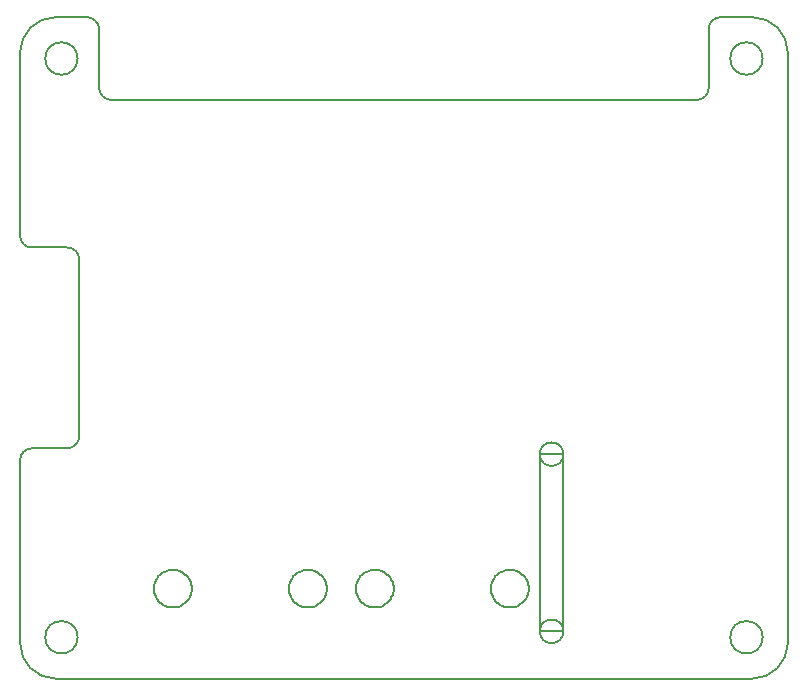
<source format=gbr>
G04 DipTrace 2.4.0.1*
%INBoardOutline.gbr*%
%MOMM*%
%ADD11C,0.14*%
%FSLAX53Y53*%
G04*
G71*
G90*
G75*
G01*
%LNBoardOutline*%
%LPD*%
X13000Y10000D2*
D11*
G02X10000Y13000I0J3000D01*
G01*
Y28500D1*
G02X11000Y29500I1000J0D01*
G01*
X14000D1*
G03X15000Y30500I0J1000D01*
G01*
Y45500D1*
G03X14000Y46500I-1000J0D01*
G01*
X11000D1*
G02X10000Y47500I0J1000D01*
G01*
Y63000D1*
G02X13000Y66000I2999J1D01*
G01*
X15700D1*
G02X16700Y65000I-63J-1063D01*
G01*
Y60000D1*
G03X17700Y59000I1000J0D01*
G01*
X67300D1*
G03X68300Y60000I0J1000D01*
G01*
Y65000D1*
G02X69300Y66000I1000J0D01*
G01*
X72000D1*
G02X75000Y63000I1J-2999D01*
G01*
Y13000D1*
G02X72000Y10000I-2998J-2D01*
G01*
X13000D1*
X54000Y29000D2*
X56000D1*
Y14000D1*
X54000D1*
Y29000D1*
G02X54000Y29000I1000J0D01*
G01*
Y14000D2*
G02X54000Y14000I1000J0D01*
G01*
X12125Y62500D2*
G02X12125Y62500I1375J0D01*
G01*
Y13500D2*
G02X12125Y13500I1375J0D01*
G01*
X70125Y62500D2*
G02X70125Y62500I1375J0D01*
G01*
Y13500D2*
G02X70125Y13500I1375J0D01*
G01*
X21335Y17620D2*
X21339Y17732D1*
X21351Y17843D1*
X21370Y17953D1*
X21397Y18061D1*
X21432Y18168D1*
X21473Y18271D1*
X21522Y18372D1*
X21578Y18468D1*
X21641Y18561D1*
X21709Y18649D1*
X21784Y18732D1*
X21864Y18810D1*
X21950Y18882D1*
X22040Y18947D1*
X22135Y19007D1*
X22233Y19059D1*
X22335Y19104D1*
X22440Y19143D1*
X22548Y19173D1*
X22657Y19197D1*
X22767Y19212D1*
X22879Y19220D1*
X22991D1*
X23102Y19212D1*
X23212Y19197D1*
X23322Y19173D1*
X23429Y19143D1*
X23534Y19104D1*
X23636Y19059D1*
X23734Y19007D1*
X23829Y18947D1*
X23920Y18882D1*
X24005Y18810D1*
X24085Y18732D1*
X24160Y18649D1*
X24229Y18561D1*
X24291Y18468D1*
X24347Y18372D1*
X24396Y18271D1*
X24438Y18168D1*
X24472Y18061D1*
X24499Y17953D1*
X24519Y17843D1*
X24530Y17732D1*
X24534Y17620D1*
X24530Y17508D1*
X24519Y17397D1*
X24499Y17287D1*
X24472Y17179D1*
X24438Y17073D1*
X24396Y16969D1*
X24347Y16869D1*
X24291Y16772D1*
X24229Y16679D1*
X24160Y16591D1*
X24085Y16508D1*
X24005Y16430D1*
X23920Y16359D1*
X23829Y16293D1*
X23734Y16234D1*
X23636Y16181D1*
X23534Y16136D1*
X23429Y16098D1*
X23322Y16067D1*
X23212Y16043D1*
X23102Y16028D1*
X22991Y16020D1*
X22879D1*
X22767Y16028D1*
X22657Y16043D1*
X22548Y16067D1*
X22440Y16098D1*
X22335Y16136D1*
X22233Y16181D1*
X22135Y16234D1*
X22040Y16293D1*
X21950Y16359D1*
X21864Y16430D1*
X21784Y16508D1*
X21709Y16591D1*
X21641Y16679D1*
X21578Y16772D1*
X21522Y16869D1*
X21473Y16969D1*
X21432Y17073D1*
X21397Y17179D1*
X21370Y17287D1*
X21351Y17397D1*
X21339Y17508D1*
X21335Y17620D1*
X32766D2*
X32770Y17732D1*
X32781Y17843D1*
X32801Y17953D1*
X32828Y18061D1*
X32862Y18168D1*
X32904Y18271D1*
X32953Y18372D1*
X33009Y18468D1*
X33071Y18561D1*
X33140Y18649D1*
X33215Y18732D1*
X33295Y18810D1*
X33380Y18882D1*
X33471Y18947D1*
X33566Y19007D1*
X33664Y19059D1*
X33766Y19104D1*
X33871Y19143D1*
X33978Y19173D1*
X34088Y19197D1*
X34198Y19212D1*
X34309Y19220D1*
X34421D1*
X34533Y19212D1*
X34643Y19197D1*
X34752Y19173D1*
X34860Y19143D1*
X34965Y19104D1*
X35067Y19059D1*
X35165Y19007D1*
X35260Y18947D1*
X35350Y18882D1*
X35436Y18810D1*
X35516Y18732D1*
X35591Y18649D1*
X35659Y18561D1*
X35722Y18468D1*
X35778Y18372D1*
X35827Y18271D1*
X35868Y18168D1*
X35903Y18061D1*
X35930Y17953D1*
X35949Y17843D1*
X35961Y17732D1*
X35965Y17620D1*
X35961Y17508D1*
X35949Y17397D1*
X35930Y17287D1*
X35903Y17179D1*
X35868Y17073D1*
X35827Y16969D1*
X35778Y16869D1*
X35722Y16772D1*
X35659Y16679D1*
X35591Y16591D1*
X35516Y16508D1*
X35436Y16430D1*
X35350Y16359D1*
X35260Y16293D1*
X35165Y16234D1*
X35067Y16181D1*
X34965Y16136D1*
X34860Y16098D1*
X34752Y16067D1*
X34643Y16043D1*
X34533Y16028D1*
X34421Y16020D1*
X34309D1*
X34198Y16028D1*
X34088Y16043D1*
X33978Y16067D1*
X33871Y16098D1*
X33766Y16136D1*
X33664Y16181D1*
X33566Y16234D1*
X33471Y16293D1*
X33380Y16359D1*
X33295Y16430D1*
X33215Y16508D1*
X33140Y16591D1*
X33071Y16679D1*
X33009Y16772D1*
X32953Y16869D1*
X32904Y16969D1*
X32862Y17073D1*
X32828Y17179D1*
X32801Y17287D1*
X32781Y17397D1*
X32770Y17508D1*
X32766Y17620D1*
X38435D2*
X38439Y17732D1*
X38451Y17843D1*
X38470Y17953D1*
X38497Y18061D1*
X38532Y18168D1*
X38573Y18271D1*
X38622Y18372D1*
X38678Y18468D1*
X38741Y18561D1*
X38809Y18649D1*
X38884Y18732D1*
X38964Y18810D1*
X39050Y18882D1*
X39140Y18947D1*
X39235Y19007D1*
X39333Y19059D1*
X39435Y19104D1*
X39540Y19143D1*
X39648Y19173D1*
X39757Y19197D1*
X39867Y19212D1*
X39979Y19220D1*
X40091D1*
X40202Y19212D1*
X40312Y19197D1*
X40422Y19173D1*
X40529Y19143D1*
X40634Y19104D1*
X40736Y19059D1*
X40834Y19007D1*
X40929Y18947D1*
X41020Y18882D1*
X41105Y18810D1*
X41185Y18732D1*
X41260Y18649D1*
X41329Y18561D1*
X41391Y18468D1*
X41447Y18372D1*
X41496Y18271D1*
X41538Y18168D1*
X41572Y18061D1*
X41599Y17953D1*
X41619Y17843D1*
X41630Y17732D1*
X41634Y17620D1*
X41630Y17508D1*
X41619Y17397D1*
X41599Y17287D1*
X41572Y17179D1*
X41538Y17073D1*
X41496Y16969D1*
X41447Y16869D1*
X41391Y16772D1*
X41329Y16679D1*
X41260Y16591D1*
X41185Y16508D1*
X41105Y16430D1*
X41020Y16359D1*
X40929Y16293D1*
X40834Y16234D1*
X40736Y16181D1*
X40634Y16136D1*
X40529Y16098D1*
X40422Y16067D1*
X40312Y16043D1*
X40202Y16028D1*
X40091Y16020D1*
X39979D1*
X39867Y16028D1*
X39757Y16043D1*
X39648Y16067D1*
X39540Y16098D1*
X39435Y16136D1*
X39333Y16181D1*
X39235Y16234D1*
X39140Y16293D1*
X39050Y16359D1*
X38964Y16430D1*
X38884Y16508D1*
X38809Y16591D1*
X38741Y16679D1*
X38678Y16772D1*
X38622Y16869D1*
X38573Y16969D1*
X38532Y17073D1*
X38497Y17179D1*
X38470Y17287D1*
X38451Y17397D1*
X38439Y17508D1*
X38435Y17620D1*
X49866D2*
X49870Y17732D1*
X49881Y17843D1*
X49901Y17953D1*
X49928Y18061D1*
X49962Y18168D1*
X50004Y18271D1*
X50053Y18372D1*
X50109Y18468D1*
X50171Y18561D1*
X50240Y18649D1*
X50315Y18732D1*
X50395Y18810D1*
X50480Y18882D1*
X50571Y18947D1*
X50666Y19007D1*
X50764Y19059D1*
X50866Y19104D1*
X50971Y19143D1*
X51078Y19173D1*
X51188Y19197D1*
X51298Y19212D1*
X51409Y19220D1*
X51521D1*
X51633Y19212D1*
X51743Y19197D1*
X51852Y19173D1*
X51960Y19143D1*
X52065Y19104D1*
X52167Y19059D1*
X52265Y19007D1*
X52360Y18947D1*
X52450Y18882D1*
X52536Y18810D1*
X52616Y18732D1*
X52691Y18649D1*
X52759Y18561D1*
X52822Y18468D1*
X52878Y18372D1*
X52927Y18271D1*
X52968Y18168D1*
X53003Y18061D1*
X53030Y17953D1*
X53049Y17843D1*
X53061Y17732D1*
X53065Y17620D1*
X53061Y17508D1*
X53049Y17397D1*
X53030Y17287D1*
X53003Y17179D1*
X52968Y17073D1*
X52927Y16969D1*
X52878Y16869D1*
X52822Y16772D1*
X52759Y16679D1*
X52691Y16591D1*
X52616Y16508D1*
X52536Y16430D1*
X52450Y16359D1*
X52360Y16293D1*
X52265Y16234D1*
X52167Y16181D1*
X52065Y16136D1*
X51960Y16098D1*
X51852Y16067D1*
X51743Y16043D1*
X51633Y16028D1*
X51521Y16020D1*
X51409D1*
X51298Y16028D1*
X51188Y16043D1*
X51078Y16067D1*
X50971Y16098D1*
X50866Y16136D1*
X50764Y16181D1*
X50666Y16234D1*
X50571Y16293D1*
X50480Y16359D1*
X50395Y16430D1*
X50315Y16508D1*
X50240Y16591D1*
X50171Y16679D1*
X50109Y16772D1*
X50053Y16869D1*
X50004Y16969D1*
X49962Y17073D1*
X49928Y17179D1*
X49901Y17287D1*
X49881Y17397D1*
X49870Y17508D1*
X49866Y17620D1*
M02*

</source>
